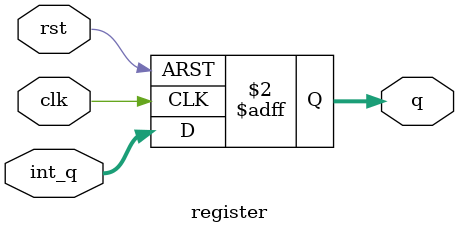
<source format=v>
module register (
    input wire clk,             
    input wire rst,             
    input wire [3:0] int_q,     
    output reg [3:0] q          
);
    always @(posedge clk or posedge rst) begin
        if (rst)
            q <= 4'b0000;      
        else
            q <= int_q;         
    end
endmodule

</source>
